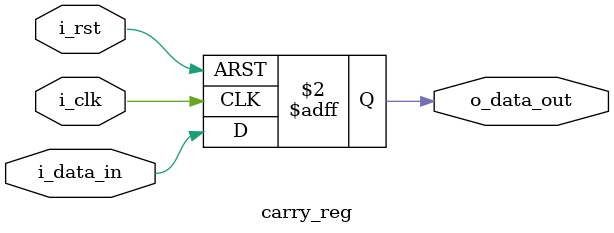
<source format=sv>
module carry_reg(
	input logic i_clk,
	input logic i_rst,
	input logic i_data_in,
	output logic o_data_out
	);

always_ff @(posedge i_clk, posedge i_rst) 
begin
	if(i_rst)
		o_data_out <= 0;
	else
		o_data_out <= i_data_in;
end

endmodule
</source>
